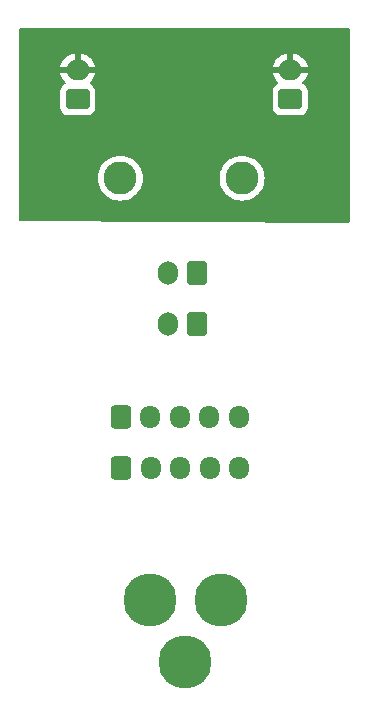
<source format=gbr>
%TF.GenerationSoftware,KiCad,Pcbnew,8.0.1*%
%TF.CreationDate,2024-12-04T21:12:56-05:00*%
%TF.ProjectId,solouno_sidepanel,736f6c6f-756e-46f5-9f73-69646570616e,rev?*%
%TF.SameCoordinates,Original*%
%TF.FileFunction,Copper,L2,Bot*%
%TF.FilePolarity,Positive*%
%FSLAX46Y46*%
G04 Gerber Fmt 4.6, Leading zero omitted, Abs format (unit mm)*
G04 Created by KiCad (PCBNEW 8.0.1) date 2024-12-04 21:12:56*
%MOMM*%
%LPD*%
G01*
G04 APERTURE LIST*
G04 Aperture macros list*
%AMRoundRect*
0 Rectangle with rounded corners*
0 $1 Rounding radius*
0 $2 $3 $4 $5 $6 $7 $8 $9 X,Y pos of 4 corners*
0 Add a 4 corners polygon primitive as box body*
4,1,4,$2,$3,$4,$5,$6,$7,$8,$9,$2,$3,0*
0 Add four circle primitives for the rounded corners*
1,1,$1+$1,$2,$3*
1,1,$1+$1,$4,$5*
1,1,$1+$1,$6,$7*
1,1,$1+$1,$8,$9*
0 Add four rect primitives between the rounded corners*
20,1,$1+$1,$2,$3,$4,$5,0*
20,1,$1+$1,$4,$5,$6,$7,0*
20,1,$1+$1,$6,$7,$8,$9,0*
20,1,$1+$1,$8,$9,$2,$3,0*%
G04 Aperture macros list end*
%TA.AperFunction,ComponentPad*%
%ADD10C,4.500000*%
%TD*%
%TA.AperFunction,ComponentPad*%
%ADD11RoundRect,0.250000X0.600000X0.750000X-0.600000X0.750000X-0.600000X-0.750000X0.600000X-0.750000X0*%
%TD*%
%TA.AperFunction,ComponentPad*%
%ADD12O,1.700000X2.000000*%
%TD*%
%TA.AperFunction,ComponentPad*%
%ADD13RoundRect,0.250000X-0.600000X-0.725000X0.600000X-0.725000X0.600000X0.725000X-0.600000X0.725000X0*%
%TD*%
%TA.AperFunction,ComponentPad*%
%ADD14O,1.700000X1.950000*%
%TD*%
%TA.AperFunction,ComponentPad*%
%ADD15C,2.800000*%
%TD*%
%TA.AperFunction,ComponentPad*%
%ADD16RoundRect,0.250000X0.750000X-0.600000X0.750000X0.600000X-0.750000X0.600000X-0.750000X-0.600000X0*%
%TD*%
%TA.AperFunction,ComponentPad*%
%ADD17O,2.000000X1.700000*%
%TD*%
G04 APERTURE END LIST*
D10*
%TO.P,A1,3*%
%TO.N,Net-(A1-Pad3)*%
X186900000Y-112503848D03*
%TO.P,A1,2*%
%TO.N,Net-(A1-Pad2)*%
X189900000Y-117700000D03*
%TO.P,A1,1*%
%TO.N,Net-(A1-Pad1)*%
X192900000Y-112503848D03*
%TD*%
D11*
%TO.P,CN1,1,Pin_1*%
%TO.N,Net-(CN1-Pin_1)*%
X190880000Y-84830000D03*
D12*
%TO.P,CN1,2,Pin_2*%
%TO.N,Net-(CN1-Pin_2)*%
X188380000Y-84830000D03*
%TD*%
D13*
%TO.P,E1,1,Pin_1*%
%TO.N,Net-(E1-Pin_1)*%
X184460000Y-101340000D03*
D14*
%TO.P,E1,2,Pin_2*%
%TO.N,Net-(E1-Pin_2)*%
X186960000Y-101340000D03*
%TO.P,E1,3,Pin_3*%
%TO.N,Net-(E1-Pin_3)*%
X189460000Y-101340000D03*
%TO.P,E1,4,Pin_4*%
%TO.N,Net-(E1-Pin_4)*%
X191960000Y-101340000D03*
%TO.P,E1,5,Pin_5*%
%TO.N,Net-(E1-Pin_5)*%
X194460000Y-101340000D03*
%TD*%
D15*
%TO.P,S1,1,1*%
%TO.N,+28V*%
X184380000Y-76770000D03*
%TD*%
%TO.P,S2,1,1*%
%TO.N,Net-(PW2-Pin_1)*%
X194690000Y-76770000D03*
%TD*%
D16*
%TO.P,PW1,1,Pin_1*%
%TO.N,+28V*%
X180770000Y-70100000D03*
D17*
%TO.P,PW1,2,Pin_2*%
%TO.N,GND*%
X180770000Y-67600000D03*
%TD*%
D13*
%TO.P,E2,1,Pin_1*%
%TO.N,Net-(E1-Pin_1)*%
X184430000Y-97010000D03*
D14*
%TO.P,E2,2,Pin_2*%
%TO.N,Net-(E1-Pin_2)*%
X186930000Y-97010000D03*
%TO.P,E2,3,Pin_3*%
%TO.N,Net-(E1-Pin_3)*%
X189430000Y-97010000D03*
%TO.P,E2,4,Pin_4*%
%TO.N,Net-(E1-Pin_4)*%
X191930000Y-97010000D03*
%TO.P,E2,5,Pin_5*%
%TO.N,Net-(E1-Pin_5)*%
X194430000Y-97010000D03*
%TD*%
D16*
%TO.P,PW2,1,Pin_1*%
%TO.N,Net-(PW2-Pin_1)*%
X198770000Y-70100000D03*
D17*
%TO.P,PW2,2,Pin_2*%
%TO.N,GND*%
X198770000Y-67600000D03*
%TD*%
D11*
%TO.P,CN2,1,Pin_1*%
%TO.N,Net-(CN1-Pin_1)*%
X190910000Y-89150000D03*
D12*
%TO.P,CN2,2,Pin_2*%
%TO.N,Net-(CN1-Pin_2)*%
X188410000Y-89150000D03*
%TD*%
%TA.AperFunction,Conductor*%
%TO.N,GND*%
G36*
X203732539Y-64070185D02*
G01*
X203778294Y-64122989D01*
X203789500Y-64174500D01*
X203789500Y-80441644D01*
X203769815Y-80508683D01*
X203717011Y-80554438D01*
X203664775Y-80565642D01*
X175913775Y-80403412D01*
X175846852Y-80383336D01*
X175801406Y-80330265D01*
X175790500Y-80279414D01*
X175790500Y-76770001D01*
X182474645Y-76770001D01*
X182494039Y-77041160D01*
X182494040Y-77041167D01*
X182551823Y-77306793D01*
X182551825Y-77306801D01*
X182628330Y-77511920D01*
X182646830Y-77561519D01*
X182777109Y-77800107D01*
X182777110Y-77800108D01*
X182777113Y-77800113D01*
X182940029Y-78017742D01*
X182940033Y-78017746D01*
X182940038Y-78017752D01*
X183132247Y-78209961D01*
X183132253Y-78209966D01*
X183132258Y-78209971D01*
X183349887Y-78372887D01*
X183349891Y-78372889D01*
X183349892Y-78372890D01*
X183588481Y-78503169D01*
X183588480Y-78503169D01*
X183588484Y-78503170D01*
X183588487Y-78503172D01*
X183843199Y-78598175D01*
X184108840Y-78655961D01*
X184360605Y-78673967D01*
X184379999Y-78675355D01*
X184380000Y-78675355D01*
X184380001Y-78675355D01*
X184398100Y-78674060D01*
X184651160Y-78655961D01*
X184916801Y-78598175D01*
X185171513Y-78503172D01*
X185171517Y-78503169D01*
X185171519Y-78503169D01*
X185290813Y-78438029D01*
X185410113Y-78372887D01*
X185627742Y-78209971D01*
X185819971Y-78017742D01*
X185982887Y-77800113D01*
X186113172Y-77561513D01*
X186208175Y-77306801D01*
X186265961Y-77041160D01*
X186285355Y-76770001D01*
X192784645Y-76770001D01*
X192804039Y-77041160D01*
X192804040Y-77041167D01*
X192861823Y-77306793D01*
X192861825Y-77306801D01*
X192938330Y-77511920D01*
X192956830Y-77561519D01*
X193087109Y-77800107D01*
X193087110Y-77800108D01*
X193087113Y-77800113D01*
X193250029Y-78017742D01*
X193250033Y-78017746D01*
X193250038Y-78017752D01*
X193442247Y-78209961D01*
X193442253Y-78209966D01*
X193442258Y-78209971D01*
X193659887Y-78372887D01*
X193659891Y-78372889D01*
X193659892Y-78372890D01*
X193898481Y-78503169D01*
X193898480Y-78503169D01*
X193898484Y-78503170D01*
X193898487Y-78503172D01*
X194153199Y-78598175D01*
X194418840Y-78655961D01*
X194670605Y-78673967D01*
X194689999Y-78675355D01*
X194690000Y-78675355D01*
X194690001Y-78675355D01*
X194708100Y-78674060D01*
X194961160Y-78655961D01*
X195226801Y-78598175D01*
X195481513Y-78503172D01*
X195481517Y-78503169D01*
X195481519Y-78503169D01*
X195600813Y-78438029D01*
X195720113Y-78372887D01*
X195937742Y-78209971D01*
X196129971Y-78017742D01*
X196292887Y-77800113D01*
X196423172Y-77561513D01*
X196518175Y-77306801D01*
X196575961Y-77041160D01*
X196595355Y-76770000D01*
X196575961Y-76498840D01*
X196518175Y-76233199D01*
X196423172Y-75978487D01*
X196423170Y-75978484D01*
X196423169Y-75978480D01*
X196292890Y-75739892D01*
X196292889Y-75739891D01*
X196292887Y-75739887D01*
X196129971Y-75522258D01*
X196129966Y-75522253D01*
X196129961Y-75522247D01*
X195937752Y-75330038D01*
X195937746Y-75330033D01*
X195937742Y-75330029D01*
X195720113Y-75167113D01*
X195720108Y-75167110D01*
X195720107Y-75167109D01*
X195481518Y-75036830D01*
X195481519Y-75036830D01*
X195431920Y-75018330D01*
X195226801Y-74941825D01*
X195226794Y-74941823D01*
X195226793Y-74941823D01*
X194961167Y-74884040D01*
X194961160Y-74884039D01*
X194690001Y-74864645D01*
X194689999Y-74864645D01*
X194418839Y-74884039D01*
X194418832Y-74884040D01*
X194153206Y-74941823D01*
X194153202Y-74941824D01*
X194153199Y-74941825D01*
X194025843Y-74989326D01*
X193898480Y-75036830D01*
X193659892Y-75167109D01*
X193659891Y-75167110D01*
X193442259Y-75330028D01*
X193442247Y-75330038D01*
X193250038Y-75522247D01*
X193250028Y-75522259D01*
X193087110Y-75739891D01*
X193087109Y-75739892D01*
X192956830Y-75978480D01*
X192909326Y-76105843D01*
X192861825Y-76233199D01*
X192861824Y-76233202D01*
X192861823Y-76233206D01*
X192804040Y-76498832D01*
X192804039Y-76498839D01*
X192784645Y-76769998D01*
X192784645Y-76770001D01*
X186285355Y-76770001D01*
X186285355Y-76770000D01*
X186265961Y-76498840D01*
X186208175Y-76233199D01*
X186113172Y-75978487D01*
X186113170Y-75978484D01*
X186113169Y-75978480D01*
X185982890Y-75739892D01*
X185982889Y-75739891D01*
X185982887Y-75739887D01*
X185819971Y-75522258D01*
X185819966Y-75522253D01*
X185819961Y-75522247D01*
X185627752Y-75330038D01*
X185627746Y-75330033D01*
X185627742Y-75330029D01*
X185410113Y-75167113D01*
X185410108Y-75167110D01*
X185410107Y-75167109D01*
X185171518Y-75036830D01*
X185171519Y-75036830D01*
X185121920Y-75018330D01*
X184916801Y-74941825D01*
X184916794Y-74941823D01*
X184916793Y-74941823D01*
X184651167Y-74884040D01*
X184651160Y-74884039D01*
X184380001Y-74864645D01*
X184379999Y-74864645D01*
X184108839Y-74884039D01*
X184108832Y-74884040D01*
X183843206Y-74941823D01*
X183843202Y-74941824D01*
X183843199Y-74941825D01*
X183715843Y-74989326D01*
X183588480Y-75036830D01*
X183349892Y-75167109D01*
X183349891Y-75167110D01*
X183132259Y-75330028D01*
X183132247Y-75330038D01*
X182940038Y-75522247D01*
X182940028Y-75522259D01*
X182777110Y-75739891D01*
X182777109Y-75739892D01*
X182646830Y-75978480D01*
X182599326Y-76105843D01*
X182551825Y-76233199D01*
X182551824Y-76233202D01*
X182551823Y-76233206D01*
X182494040Y-76498832D01*
X182494039Y-76498839D01*
X182474645Y-76769998D01*
X182474645Y-76770001D01*
X175790500Y-76770001D01*
X175790500Y-70750001D01*
X179269500Y-70750001D01*
X179269501Y-70750018D01*
X179280000Y-70852796D01*
X179280001Y-70852799D01*
X179335185Y-71019331D01*
X179335186Y-71019334D01*
X179427288Y-71168656D01*
X179551344Y-71292712D01*
X179700666Y-71384814D01*
X179867203Y-71439999D01*
X179969991Y-71450500D01*
X181570008Y-71450499D01*
X181672797Y-71439999D01*
X181839334Y-71384814D01*
X181988656Y-71292712D01*
X182112712Y-71168656D01*
X182204814Y-71019334D01*
X182259999Y-70852797D01*
X182270500Y-70750009D01*
X182270500Y-70750001D01*
X197269500Y-70750001D01*
X197269501Y-70750018D01*
X197280000Y-70852796D01*
X197280001Y-70852799D01*
X197335185Y-71019331D01*
X197335186Y-71019334D01*
X197427288Y-71168656D01*
X197551344Y-71292712D01*
X197700666Y-71384814D01*
X197867203Y-71439999D01*
X197969991Y-71450500D01*
X199570008Y-71450499D01*
X199672797Y-71439999D01*
X199839334Y-71384814D01*
X199988656Y-71292712D01*
X200112712Y-71168656D01*
X200204814Y-71019334D01*
X200259999Y-70852797D01*
X200270500Y-70750009D01*
X200270499Y-69449992D01*
X200259999Y-69347203D01*
X200204814Y-69180666D01*
X200112712Y-69031344D01*
X199988656Y-68907288D01*
X199839334Y-68815186D01*
X199839332Y-68815185D01*
X199833440Y-68811551D01*
X199786716Y-68759603D01*
X199775493Y-68690641D01*
X199803337Y-68626558D01*
X199810856Y-68618330D01*
X199949728Y-68479458D01*
X200074620Y-68307557D01*
X200171095Y-68118217D01*
X200236757Y-67916129D01*
X200236757Y-67916126D01*
X200247231Y-67850000D01*
X199203012Y-67850000D01*
X199235925Y-67792993D01*
X199270000Y-67665826D01*
X199270000Y-67534174D01*
X199235925Y-67407007D01*
X199203012Y-67350000D01*
X200247231Y-67350000D01*
X200236757Y-67283873D01*
X200236757Y-67283870D01*
X200171095Y-67081782D01*
X200074620Y-66892442D01*
X199949727Y-66720540D01*
X199949723Y-66720535D01*
X199799464Y-66570276D01*
X199799459Y-66570272D01*
X199627557Y-66445379D01*
X199438217Y-66348904D01*
X199236129Y-66283242D01*
X199026246Y-66250000D01*
X199020000Y-66250000D01*
X199020000Y-67166988D01*
X198962993Y-67134075D01*
X198835826Y-67100000D01*
X198704174Y-67100000D01*
X198577007Y-67134075D01*
X198520000Y-67166988D01*
X198520000Y-66250000D01*
X198513754Y-66250000D01*
X198303872Y-66283242D01*
X198303869Y-66283242D01*
X198101782Y-66348904D01*
X197912442Y-66445379D01*
X197740540Y-66570272D01*
X197740535Y-66570276D01*
X197590276Y-66720535D01*
X197590272Y-66720540D01*
X197465379Y-66892442D01*
X197368904Y-67081782D01*
X197303242Y-67283870D01*
X197303242Y-67283873D01*
X197292769Y-67350000D01*
X198336988Y-67350000D01*
X198304075Y-67407007D01*
X198270000Y-67534174D01*
X198270000Y-67665826D01*
X198304075Y-67792993D01*
X198336988Y-67850000D01*
X197292769Y-67850000D01*
X197303242Y-67916126D01*
X197303242Y-67916129D01*
X197368904Y-68118217D01*
X197465379Y-68307557D01*
X197590272Y-68479459D01*
X197590276Y-68479464D01*
X197729143Y-68618331D01*
X197762628Y-68679654D01*
X197757644Y-68749346D01*
X197715772Y-68805279D01*
X197706559Y-68811551D01*
X197551342Y-68907289D01*
X197427289Y-69031342D01*
X197335187Y-69180663D01*
X197335186Y-69180666D01*
X197280001Y-69347203D01*
X197280001Y-69347204D01*
X197280000Y-69347204D01*
X197269500Y-69449983D01*
X197269500Y-70750001D01*
X182270500Y-70750001D01*
X182270499Y-69449992D01*
X182259999Y-69347203D01*
X182204814Y-69180666D01*
X182112712Y-69031344D01*
X181988656Y-68907288D01*
X181839334Y-68815186D01*
X181839332Y-68815185D01*
X181833440Y-68811551D01*
X181786716Y-68759603D01*
X181775493Y-68690641D01*
X181803337Y-68626558D01*
X181810856Y-68618330D01*
X181949728Y-68479458D01*
X182074620Y-68307557D01*
X182171095Y-68118217D01*
X182236757Y-67916129D01*
X182236757Y-67916126D01*
X182247231Y-67850000D01*
X181203012Y-67850000D01*
X181235925Y-67792993D01*
X181270000Y-67665826D01*
X181270000Y-67534174D01*
X181235925Y-67407007D01*
X181203012Y-67350000D01*
X182247231Y-67350000D01*
X182236757Y-67283873D01*
X182236757Y-67283870D01*
X182171095Y-67081782D01*
X182074620Y-66892442D01*
X181949727Y-66720540D01*
X181949723Y-66720535D01*
X181799464Y-66570276D01*
X181799459Y-66570272D01*
X181627557Y-66445379D01*
X181438217Y-66348904D01*
X181236129Y-66283242D01*
X181026246Y-66250000D01*
X181020000Y-66250000D01*
X181020000Y-67166988D01*
X180962993Y-67134075D01*
X180835826Y-67100000D01*
X180704174Y-67100000D01*
X180577007Y-67134075D01*
X180520000Y-67166988D01*
X180520000Y-66250000D01*
X180513754Y-66250000D01*
X180303872Y-66283242D01*
X180303869Y-66283242D01*
X180101782Y-66348904D01*
X179912442Y-66445379D01*
X179740540Y-66570272D01*
X179740535Y-66570276D01*
X179590276Y-66720535D01*
X179590272Y-66720540D01*
X179465379Y-66892442D01*
X179368904Y-67081782D01*
X179303242Y-67283870D01*
X179303242Y-67283873D01*
X179292769Y-67350000D01*
X180336988Y-67350000D01*
X180304075Y-67407007D01*
X180270000Y-67534174D01*
X180270000Y-67665826D01*
X180304075Y-67792993D01*
X180336988Y-67850000D01*
X179292769Y-67850000D01*
X179303242Y-67916126D01*
X179303242Y-67916129D01*
X179368904Y-68118217D01*
X179465379Y-68307557D01*
X179590272Y-68479459D01*
X179590276Y-68479464D01*
X179729143Y-68618331D01*
X179762628Y-68679654D01*
X179757644Y-68749346D01*
X179715772Y-68805279D01*
X179706559Y-68811551D01*
X179551342Y-68907289D01*
X179427289Y-69031342D01*
X179335187Y-69180663D01*
X179335186Y-69180666D01*
X179280001Y-69347203D01*
X179280001Y-69347204D01*
X179280000Y-69347204D01*
X179269500Y-69449983D01*
X179269500Y-70750001D01*
X175790500Y-70750001D01*
X175790500Y-64174500D01*
X175810185Y-64107461D01*
X175862989Y-64061706D01*
X175914500Y-64050500D01*
X203665500Y-64050500D01*
X203732539Y-64070185D01*
G37*
%TD.AperFunction*%
%TD*%
M02*

</source>
